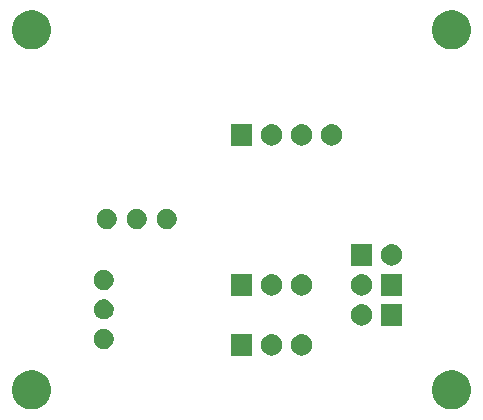
<source format=gbr>
G04 #@! TF.GenerationSoftware,KiCad,Pcbnew,(5.1.5)-3*
G04 #@! TF.CreationDate,2020-07-14T23:55:42-05:00*
G04 #@! TF.ProjectId,VL53L0XSensor,564c3533-4c30-4585-9365-6e736f722e6b,rev?*
G04 #@! TF.SameCoordinates,Original*
G04 #@! TF.FileFunction,Soldermask,Bot*
G04 #@! TF.FilePolarity,Negative*
%FSLAX46Y46*%
G04 Gerber Fmt 4.6, Leading zero omitted, Abs format (unit mm)*
G04 Created by KiCad (PCBNEW (5.1.5)-3) date 2020-07-14 23:55:42*
%MOMM*%
%LPD*%
G04 APERTURE LIST*
%ADD10C,0.100000*%
G04 APERTURE END LIST*
D10*
G36*
X152775256Y-89831298D02*
G01*
X152881579Y-89852447D01*
X153182042Y-89976903D01*
X153452451Y-90157585D01*
X153682415Y-90387549D01*
X153863097Y-90657958D01*
X153987553Y-90958421D01*
X154051000Y-91277391D01*
X154051000Y-91602609D01*
X153987553Y-91921579D01*
X153863097Y-92222042D01*
X153682415Y-92492451D01*
X153452451Y-92722415D01*
X153182042Y-92903097D01*
X152881579Y-93027553D01*
X152775256Y-93048702D01*
X152562611Y-93091000D01*
X152237389Y-93091000D01*
X152024744Y-93048702D01*
X151918421Y-93027553D01*
X151617958Y-92903097D01*
X151347549Y-92722415D01*
X151117585Y-92492451D01*
X150936903Y-92222042D01*
X150812447Y-91921579D01*
X150749000Y-91602609D01*
X150749000Y-91277391D01*
X150812447Y-90958421D01*
X150936903Y-90657958D01*
X151117585Y-90387549D01*
X151347549Y-90157585D01*
X151617958Y-89976903D01*
X151918421Y-89852447D01*
X152024744Y-89831298D01*
X152237389Y-89789000D01*
X152562611Y-89789000D01*
X152775256Y-89831298D01*
G37*
G36*
X117215256Y-89831298D02*
G01*
X117321579Y-89852447D01*
X117622042Y-89976903D01*
X117892451Y-90157585D01*
X118122415Y-90387549D01*
X118303097Y-90657958D01*
X118427553Y-90958421D01*
X118491000Y-91277391D01*
X118491000Y-91602609D01*
X118427553Y-91921579D01*
X118303097Y-92222042D01*
X118122415Y-92492451D01*
X117892451Y-92722415D01*
X117622042Y-92903097D01*
X117321579Y-93027553D01*
X117215256Y-93048702D01*
X117002611Y-93091000D01*
X116677389Y-93091000D01*
X116464744Y-93048702D01*
X116358421Y-93027553D01*
X116057958Y-92903097D01*
X115787549Y-92722415D01*
X115557585Y-92492451D01*
X115376903Y-92222042D01*
X115252447Y-91921579D01*
X115189000Y-91602609D01*
X115189000Y-91277391D01*
X115252447Y-90958421D01*
X115376903Y-90657958D01*
X115557585Y-90387549D01*
X115787549Y-90157585D01*
X116057958Y-89976903D01*
X116358421Y-89852447D01*
X116464744Y-89831298D01*
X116677389Y-89789000D01*
X117002611Y-89789000D01*
X117215256Y-89831298D01*
G37*
G36*
X135521000Y-88531000D02*
G01*
X133719000Y-88531000D01*
X133719000Y-86729000D01*
X135521000Y-86729000D01*
X135521000Y-88531000D01*
G37*
G36*
X139813512Y-86733927D02*
G01*
X139962812Y-86763624D01*
X140126784Y-86831544D01*
X140274354Y-86930147D01*
X140399853Y-87055646D01*
X140498456Y-87203216D01*
X140566376Y-87367188D01*
X140601000Y-87541259D01*
X140601000Y-87718741D01*
X140566376Y-87892812D01*
X140498456Y-88056784D01*
X140399853Y-88204354D01*
X140274354Y-88329853D01*
X140126784Y-88428456D01*
X139962812Y-88496376D01*
X139813512Y-88526073D01*
X139788742Y-88531000D01*
X139611258Y-88531000D01*
X139586488Y-88526073D01*
X139437188Y-88496376D01*
X139273216Y-88428456D01*
X139125646Y-88329853D01*
X139000147Y-88204354D01*
X138901544Y-88056784D01*
X138833624Y-87892812D01*
X138799000Y-87718741D01*
X138799000Y-87541259D01*
X138833624Y-87367188D01*
X138901544Y-87203216D01*
X139000147Y-87055646D01*
X139125646Y-86930147D01*
X139273216Y-86831544D01*
X139437188Y-86763624D01*
X139586488Y-86733927D01*
X139611258Y-86729000D01*
X139788742Y-86729000D01*
X139813512Y-86733927D01*
G37*
G36*
X137273512Y-86733927D02*
G01*
X137422812Y-86763624D01*
X137586784Y-86831544D01*
X137734354Y-86930147D01*
X137859853Y-87055646D01*
X137958456Y-87203216D01*
X138026376Y-87367188D01*
X138061000Y-87541259D01*
X138061000Y-87718741D01*
X138026376Y-87892812D01*
X137958456Y-88056784D01*
X137859853Y-88204354D01*
X137734354Y-88329853D01*
X137586784Y-88428456D01*
X137422812Y-88496376D01*
X137273512Y-88526073D01*
X137248742Y-88531000D01*
X137071258Y-88531000D01*
X137046488Y-88526073D01*
X136897188Y-88496376D01*
X136733216Y-88428456D01*
X136585646Y-88329853D01*
X136460147Y-88204354D01*
X136361544Y-88056784D01*
X136293624Y-87892812D01*
X136259000Y-87718741D01*
X136259000Y-87541259D01*
X136293624Y-87367188D01*
X136361544Y-87203216D01*
X136460147Y-87055646D01*
X136585646Y-86930147D01*
X136733216Y-86831544D01*
X136897188Y-86763624D01*
X137046488Y-86733927D01*
X137071258Y-86729000D01*
X137248742Y-86729000D01*
X137273512Y-86733927D01*
G37*
G36*
X123184228Y-86303703D02*
G01*
X123339100Y-86367853D01*
X123478481Y-86460985D01*
X123597015Y-86579519D01*
X123690147Y-86718900D01*
X123754297Y-86873772D01*
X123787000Y-87038184D01*
X123787000Y-87205816D01*
X123754297Y-87370228D01*
X123690147Y-87525100D01*
X123597015Y-87664481D01*
X123478481Y-87783015D01*
X123339100Y-87876147D01*
X123184228Y-87940297D01*
X123019816Y-87973000D01*
X122852184Y-87973000D01*
X122687772Y-87940297D01*
X122532900Y-87876147D01*
X122393519Y-87783015D01*
X122274985Y-87664481D01*
X122181853Y-87525100D01*
X122117703Y-87370228D01*
X122085000Y-87205816D01*
X122085000Y-87038184D01*
X122117703Y-86873772D01*
X122181853Y-86718900D01*
X122274985Y-86579519D01*
X122393519Y-86460985D01*
X122532900Y-86367853D01*
X122687772Y-86303703D01*
X122852184Y-86271000D01*
X123019816Y-86271000D01*
X123184228Y-86303703D01*
G37*
G36*
X148221000Y-85991000D02*
G01*
X146419000Y-85991000D01*
X146419000Y-84189000D01*
X148221000Y-84189000D01*
X148221000Y-85991000D01*
G37*
G36*
X144893512Y-84193927D02*
G01*
X145042812Y-84223624D01*
X145206784Y-84291544D01*
X145354354Y-84390147D01*
X145479853Y-84515646D01*
X145578456Y-84663216D01*
X145646376Y-84827188D01*
X145681000Y-85001259D01*
X145681000Y-85178741D01*
X145646376Y-85352812D01*
X145578456Y-85516784D01*
X145479853Y-85664354D01*
X145354354Y-85789853D01*
X145206784Y-85888456D01*
X145042812Y-85956376D01*
X144893512Y-85986073D01*
X144868742Y-85991000D01*
X144691258Y-85991000D01*
X144666488Y-85986073D01*
X144517188Y-85956376D01*
X144353216Y-85888456D01*
X144205646Y-85789853D01*
X144080147Y-85664354D01*
X143981544Y-85516784D01*
X143913624Y-85352812D01*
X143879000Y-85178741D01*
X143879000Y-85001259D01*
X143913624Y-84827188D01*
X143981544Y-84663216D01*
X144080147Y-84515646D01*
X144205646Y-84390147D01*
X144353216Y-84291544D01*
X144517188Y-84223624D01*
X144666488Y-84193927D01*
X144691258Y-84189000D01*
X144868742Y-84189000D01*
X144893512Y-84193927D01*
G37*
G36*
X123184228Y-83803703D02*
G01*
X123339100Y-83867853D01*
X123478481Y-83960985D01*
X123597015Y-84079519D01*
X123690147Y-84218900D01*
X123754297Y-84373772D01*
X123787000Y-84538184D01*
X123787000Y-84705816D01*
X123754297Y-84870228D01*
X123690147Y-85025100D01*
X123597015Y-85164481D01*
X123478481Y-85283015D01*
X123339100Y-85376147D01*
X123184228Y-85440297D01*
X123019816Y-85473000D01*
X122852184Y-85473000D01*
X122687772Y-85440297D01*
X122532900Y-85376147D01*
X122393519Y-85283015D01*
X122274985Y-85164481D01*
X122181853Y-85025100D01*
X122117703Y-84870228D01*
X122085000Y-84705816D01*
X122085000Y-84538184D01*
X122117703Y-84373772D01*
X122181853Y-84218900D01*
X122274985Y-84079519D01*
X122393519Y-83960985D01*
X122532900Y-83867853D01*
X122687772Y-83803703D01*
X122852184Y-83771000D01*
X123019816Y-83771000D01*
X123184228Y-83803703D01*
G37*
G36*
X139813512Y-81653927D02*
G01*
X139962812Y-81683624D01*
X140126784Y-81751544D01*
X140274354Y-81850147D01*
X140399853Y-81975646D01*
X140498456Y-82123216D01*
X140566376Y-82287188D01*
X140601000Y-82461259D01*
X140601000Y-82638741D01*
X140566376Y-82812812D01*
X140498456Y-82976784D01*
X140399853Y-83124354D01*
X140274354Y-83249853D01*
X140126784Y-83348456D01*
X139962812Y-83416376D01*
X139813512Y-83446073D01*
X139788742Y-83451000D01*
X139611258Y-83451000D01*
X139586488Y-83446073D01*
X139437188Y-83416376D01*
X139273216Y-83348456D01*
X139125646Y-83249853D01*
X139000147Y-83124354D01*
X138901544Y-82976784D01*
X138833624Y-82812812D01*
X138799000Y-82638741D01*
X138799000Y-82461259D01*
X138833624Y-82287188D01*
X138901544Y-82123216D01*
X139000147Y-81975646D01*
X139125646Y-81850147D01*
X139273216Y-81751544D01*
X139437188Y-81683624D01*
X139586488Y-81653927D01*
X139611258Y-81649000D01*
X139788742Y-81649000D01*
X139813512Y-81653927D01*
G37*
G36*
X137273512Y-81653927D02*
G01*
X137422812Y-81683624D01*
X137586784Y-81751544D01*
X137734354Y-81850147D01*
X137859853Y-81975646D01*
X137958456Y-82123216D01*
X138026376Y-82287188D01*
X138061000Y-82461259D01*
X138061000Y-82638741D01*
X138026376Y-82812812D01*
X137958456Y-82976784D01*
X137859853Y-83124354D01*
X137734354Y-83249853D01*
X137586784Y-83348456D01*
X137422812Y-83416376D01*
X137273512Y-83446073D01*
X137248742Y-83451000D01*
X137071258Y-83451000D01*
X137046488Y-83446073D01*
X136897188Y-83416376D01*
X136733216Y-83348456D01*
X136585646Y-83249853D01*
X136460147Y-83124354D01*
X136361544Y-82976784D01*
X136293624Y-82812812D01*
X136259000Y-82638741D01*
X136259000Y-82461259D01*
X136293624Y-82287188D01*
X136361544Y-82123216D01*
X136460147Y-81975646D01*
X136585646Y-81850147D01*
X136733216Y-81751544D01*
X136897188Y-81683624D01*
X137046488Y-81653927D01*
X137071258Y-81649000D01*
X137248742Y-81649000D01*
X137273512Y-81653927D01*
G37*
G36*
X135521000Y-83451000D02*
G01*
X133719000Y-83451000D01*
X133719000Y-81649000D01*
X135521000Y-81649000D01*
X135521000Y-83451000D01*
G37*
G36*
X148221000Y-83451000D02*
G01*
X146419000Y-83451000D01*
X146419000Y-81649000D01*
X148221000Y-81649000D01*
X148221000Y-83451000D01*
G37*
G36*
X144893512Y-81653927D02*
G01*
X145042812Y-81683624D01*
X145206784Y-81751544D01*
X145354354Y-81850147D01*
X145479853Y-81975646D01*
X145578456Y-82123216D01*
X145646376Y-82287188D01*
X145681000Y-82461259D01*
X145681000Y-82638741D01*
X145646376Y-82812812D01*
X145578456Y-82976784D01*
X145479853Y-83124354D01*
X145354354Y-83249853D01*
X145206784Y-83348456D01*
X145042812Y-83416376D01*
X144893512Y-83446073D01*
X144868742Y-83451000D01*
X144691258Y-83451000D01*
X144666488Y-83446073D01*
X144517188Y-83416376D01*
X144353216Y-83348456D01*
X144205646Y-83249853D01*
X144080147Y-83124354D01*
X143981544Y-82976784D01*
X143913624Y-82812812D01*
X143879000Y-82638741D01*
X143879000Y-82461259D01*
X143913624Y-82287188D01*
X143981544Y-82123216D01*
X144080147Y-81975646D01*
X144205646Y-81850147D01*
X144353216Y-81751544D01*
X144517188Y-81683624D01*
X144666488Y-81653927D01*
X144691258Y-81649000D01*
X144868742Y-81649000D01*
X144893512Y-81653927D01*
G37*
G36*
X123184228Y-81303703D02*
G01*
X123339100Y-81367853D01*
X123478481Y-81460985D01*
X123597015Y-81579519D01*
X123690147Y-81718900D01*
X123754297Y-81873772D01*
X123787000Y-82038184D01*
X123787000Y-82205816D01*
X123754297Y-82370228D01*
X123690147Y-82525100D01*
X123597015Y-82664481D01*
X123478481Y-82783015D01*
X123339100Y-82876147D01*
X123184228Y-82940297D01*
X123019816Y-82973000D01*
X122852184Y-82973000D01*
X122687772Y-82940297D01*
X122532900Y-82876147D01*
X122393519Y-82783015D01*
X122274985Y-82664481D01*
X122181853Y-82525100D01*
X122117703Y-82370228D01*
X122085000Y-82205816D01*
X122085000Y-82038184D01*
X122117703Y-81873772D01*
X122181853Y-81718900D01*
X122274985Y-81579519D01*
X122393519Y-81460985D01*
X122532900Y-81367853D01*
X122687772Y-81303703D01*
X122852184Y-81271000D01*
X123019816Y-81271000D01*
X123184228Y-81303703D01*
G37*
G36*
X147433512Y-79113927D02*
G01*
X147582812Y-79143624D01*
X147746784Y-79211544D01*
X147894354Y-79310147D01*
X148019853Y-79435646D01*
X148118456Y-79583216D01*
X148186376Y-79747188D01*
X148221000Y-79921259D01*
X148221000Y-80098741D01*
X148186376Y-80272812D01*
X148118456Y-80436784D01*
X148019853Y-80584354D01*
X147894354Y-80709853D01*
X147746784Y-80808456D01*
X147582812Y-80876376D01*
X147433512Y-80906073D01*
X147408742Y-80911000D01*
X147231258Y-80911000D01*
X147206488Y-80906073D01*
X147057188Y-80876376D01*
X146893216Y-80808456D01*
X146745646Y-80709853D01*
X146620147Y-80584354D01*
X146521544Y-80436784D01*
X146453624Y-80272812D01*
X146419000Y-80098741D01*
X146419000Y-79921259D01*
X146453624Y-79747188D01*
X146521544Y-79583216D01*
X146620147Y-79435646D01*
X146745646Y-79310147D01*
X146893216Y-79211544D01*
X147057188Y-79143624D01*
X147206488Y-79113927D01*
X147231258Y-79109000D01*
X147408742Y-79109000D01*
X147433512Y-79113927D01*
G37*
G36*
X145681000Y-80911000D02*
G01*
X143879000Y-80911000D01*
X143879000Y-79109000D01*
X145681000Y-79109000D01*
X145681000Y-80911000D01*
G37*
G36*
X128518228Y-76143703D02*
G01*
X128673100Y-76207853D01*
X128812481Y-76300985D01*
X128931015Y-76419519D01*
X129024147Y-76558900D01*
X129088297Y-76713772D01*
X129121000Y-76878184D01*
X129121000Y-77045816D01*
X129088297Y-77210228D01*
X129024147Y-77365100D01*
X128931015Y-77504481D01*
X128812481Y-77623015D01*
X128673100Y-77716147D01*
X128518228Y-77780297D01*
X128353816Y-77813000D01*
X128186184Y-77813000D01*
X128021772Y-77780297D01*
X127866900Y-77716147D01*
X127727519Y-77623015D01*
X127608985Y-77504481D01*
X127515853Y-77365100D01*
X127451703Y-77210228D01*
X127419000Y-77045816D01*
X127419000Y-76878184D01*
X127451703Y-76713772D01*
X127515853Y-76558900D01*
X127608985Y-76419519D01*
X127727519Y-76300985D01*
X127866900Y-76207853D01*
X128021772Y-76143703D01*
X128186184Y-76111000D01*
X128353816Y-76111000D01*
X128518228Y-76143703D01*
G37*
G36*
X125978228Y-76143703D02*
G01*
X126133100Y-76207853D01*
X126272481Y-76300985D01*
X126391015Y-76419519D01*
X126484147Y-76558900D01*
X126548297Y-76713772D01*
X126581000Y-76878184D01*
X126581000Y-77045816D01*
X126548297Y-77210228D01*
X126484147Y-77365100D01*
X126391015Y-77504481D01*
X126272481Y-77623015D01*
X126133100Y-77716147D01*
X125978228Y-77780297D01*
X125813816Y-77813000D01*
X125646184Y-77813000D01*
X125481772Y-77780297D01*
X125326900Y-77716147D01*
X125187519Y-77623015D01*
X125068985Y-77504481D01*
X124975853Y-77365100D01*
X124911703Y-77210228D01*
X124879000Y-77045816D01*
X124879000Y-76878184D01*
X124911703Y-76713772D01*
X124975853Y-76558900D01*
X125068985Y-76419519D01*
X125187519Y-76300985D01*
X125326900Y-76207853D01*
X125481772Y-76143703D01*
X125646184Y-76111000D01*
X125813816Y-76111000D01*
X125978228Y-76143703D01*
G37*
G36*
X123438228Y-76143703D02*
G01*
X123593100Y-76207853D01*
X123732481Y-76300985D01*
X123851015Y-76419519D01*
X123944147Y-76558900D01*
X124008297Y-76713772D01*
X124041000Y-76878184D01*
X124041000Y-77045816D01*
X124008297Y-77210228D01*
X123944147Y-77365100D01*
X123851015Y-77504481D01*
X123732481Y-77623015D01*
X123593100Y-77716147D01*
X123438228Y-77780297D01*
X123273816Y-77813000D01*
X123106184Y-77813000D01*
X122941772Y-77780297D01*
X122786900Y-77716147D01*
X122647519Y-77623015D01*
X122528985Y-77504481D01*
X122435853Y-77365100D01*
X122371703Y-77210228D01*
X122339000Y-77045816D01*
X122339000Y-76878184D01*
X122371703Y-76713772D01*
X122435853Y-76558900D01*
X122528985Y-76419519D01*
X122647519Y-76300985D01*
X122786900Y-76207853D01*
X122941772Y-76143703D01*
X123106184Y-76111000D01*
X123273816Y-76111000D01*
X123438228Y-76143703D01*
G37*
G36*
X142353512Y-68953927D02*
G01*
X142502812Y-68983624D01*
X142666784Y-69051544D01*
X142814354Y-69150147D01*
X142939853Y-69275646D01*
X143038456Y-69423216D01*
X143106376Y-69587188D01*
X143141000Y-69761259D01*
X143141000Y-69938741D01*
X143106376Y-70112812D01*
X143038456Y-70276784D01*
X142939853Y-70424354D01*
X142814354Y-70549853D01*
X142666784Y-70648456D01*
X142502812Y-70716376D01*
X142353512Y-70746073D01*
X142328742Y-70751000D01*
X142151258Y-70751000D01*
X142126488Y-70746073D01*
X141977188Y-70716376D01*
X141813216Y-70648456D01*
X141665646Y-70549853D01*
X141540147Y-70424354D01*
X141441544Y-70276784D01*
X141373624Y-70112812D01*
X141339000Y-69938741D01*
X141339000Y-69761259D01*
X141373624Y-69587188D01*
X141441544Y-69423216D01*
X141540147Y-69275646D01*
X141665646Y-69150147D01*
X141813216Y-69051544D01*
X141977188Y-68983624D01*
X142126488Y-68953927D01*
X142151258Y-68949000D01*
X142328742Y-68949000D01*
X142353512Y-68953927D01*
G37*
G36*
X139813512Y-68953927D02*
G01*
X139962812Y-68983624D01*
X140126784Y-69051544D01*
X140274354Y-69150147D01*
X140399853Y-69275646D01*
X140498456Y-69423216D01*
X140566376Y-69587188D01*
X140601000Y-69761259D01*
X140601000Y-69938741D01*
X140566376Y-70112812D01*
X140498456Y-70276784D01*
X140399853Y-70424354D01*
X140274354Y-70549853D01*
X140126784Y-70648456D01*
X139962812Y-70716376D01*
X139813512Y-70746073D01*
X139788742Y-70751000D01*
X139611258Y-70751000D01*
X139586488Y-70746073D01*
X139437188Y-70716376D01*
X139273216Y-70648456D01*
X139125646Y-70549853D01*
X139000147Y-70424354D01*
X138901544Y-70276784D01*
X138833624Y-70112812D01*
X138799000Y-69938741D01*
X138799000Y-69761259D01*
X138833624Y-69587188D01*
X138901544Y-69423216D01*
X139000147Y-69275646D01*
X139125646Y-69150147D01*
X139273216Y-69051544D01*
X139437188Y-68983624D01*
X139586488Y-68953927D01*
X139611258Y-68949000D01*
X139788742Y-68949000D01*
X139813512Y-68953927D01*
G37*
G36*
X137273512Y-68953927D02*
G01*
X137422812Y-68983624D01*
X137586784Y-69051544D01*
X137734354Y-69150147D01*
X137859853Y-69275646D01*
X137958456Y-69423216D01*
X138026376Y-69587188D01*
X138061000Y-69761259D01*
X138061000Y-69938741D01*
X138026376Y-70112812D01*
X137958456Y-70276784D01*
X137859853Y-70424354D01*
X137734354Y-70549853D01*
X137586784Y-70648456D01*
X137422812Y-70716376D01*
X137273512Y-70746073D01*
X137248742Y-70751000D01*
X137071258Y-70751000D01*
X137046488Y-70746073D01*
X136897188Y-70716376D01*
X136733216Y-70648456D01*
X136585646Y-70549853D01*
X136460147Y-70424354D01*
X136361544Y-70276784D01*
X136293624Y-70112812D01*
X136259000Y-69938741D01*
X136259000Y-69761259D01*
X136293624Y-69587188D01*
X136361544Y-69423216D01*
X136460147Y-69275646D01*
X136585646Y-69150147D01*
X136733216Y-69051544D01*
X136897188Y-68983624D01*
X137046488Y-68953927D01*
X137071258Y-68949000D01*
X137248742Y-68949000D01*
X137273512Y-68953927D01*
G37*
G36*
X135521000Y-70751000D02*
G01*
X133719000Y-70751000D01*
X133719000Y-68949000D01*
X135521000Y-68949000D01*
X135521000Y-70751000D01*
G37*
G36*
X117215256Y-59351298D02*
G01*
X117321579Y-59372447D01*
X117622042Y-59496903D01*
X117892451Y-59677585D01*
X118122415Y-59907549D01*
X118303097Y-60177958D01*
X118427553Y-60478421D01*
X118491000Y-60797391D01*
X118491000Y-61122609D01*
X118427553Y-61441579D01*
X118303097Y-61742042D01*
X118122415Y-62012451D01*
X117892451Y-62242415D01*
X117622042Y-62423097D01*
X117321579Y-62547553D01*
X117215256Y-62568702D01*
X117002611Y-62611000D01*
X116677389Y-62611000D01*
X116464744Y-62568702D01*
X116358421Y-62547553D01*
X116057958Y-62423097D01*
X115787549Y-62242415D01*
X115557585Y-62012451D01*
X115376903Y-61742042D01*
X115252447Y-61441579D01*
X115189000Y-61122609D01*
X115189000Y-60797391D01*
X115252447Y-60478421D01*
X115376903Y-60177958D01*
X115557585Y-59907549D01*
X115787549Y-59677585D01*
X116057958Y-59496903D01*
X116358421Y-59372447D01*
X116464744Y-59351298D01*
X116677389Y-59309000D01*
X117002611Y-59309000D01*
X117215256Y-59351298D01*
G37*
G36*
X152775256Y-59351298D02*
G01*
X152881579Y-59372447D01*
X153182042Y-59496903D01*
X153452451Y-59677585D01*
X153682415Y-59907549D01*
X153863097Y-60177958D01*
X153987553Y-60478421D01*
X154051000Y-60797391D01*
X154051000Y-61122609D01*
X153987553Y-61441579D01*
X153863097Y-61742042D01*
X153682415Y-62012451D01*
X153452451Y-62242415D01*
X153182042Y-62423097D01*
X152881579Y-62547553D01*
X152775256Y-62568702D01*
X152562611Y-62611000D01*
X152237389Y-62611000D01*
X152024744Y-62568702D01*
X151918421Y-62547553D01*
X151617958Y-62423097D01*
X151347549Y-62242415D01*
X151117585Y-62012451D01*
X150936903Y-61742042D01*
X150812447Y-61441579D01*
X150749000Y-61122609D01*
X150749000Y-60797391D01*
X150812447Y-60478421D01*
X150936903Y-60177958D01*
X151117585Y-59907549D01*
X151347549Y-59677585D01*
X151617958Y-59496903D01*
X151918421Y-59372447D01*
X152024744Y-59351298D01*
X152237389Y-59309000D01*
X152562611Y-59309000D01*
X152775256Y-59351298D01*
G37*
M02*

</source>
